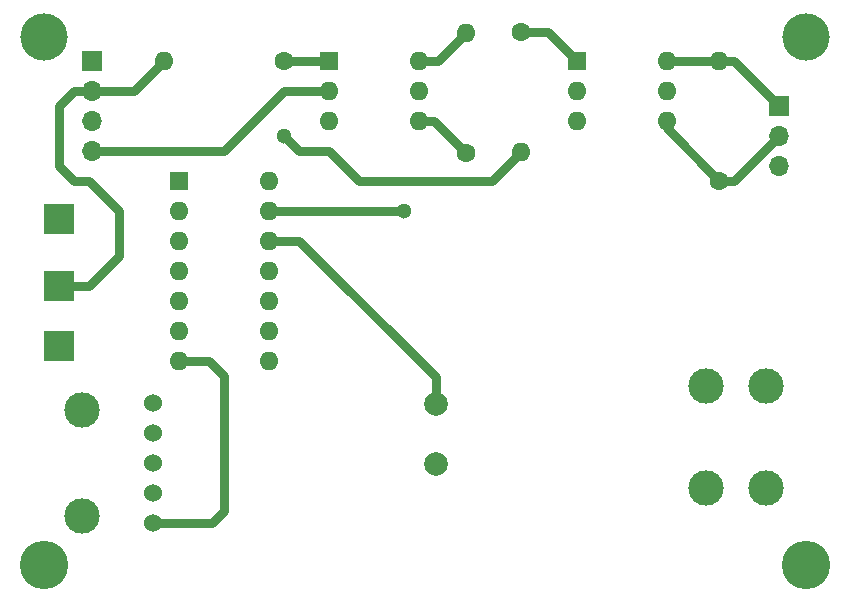
<source format=gbr>
%TF.GenerationSoftware,KiCad,Pcbnew,7.0.10*%
%TF.CreationDate,2024-11-29T16:25:44-07:00*%
%TF.ProjectId,PiTrac Connector Board,50695472-6163-4204-936f-6e6e6563746f,rev?*%
%TF.SameCoordinates,Original*%
%TF.FileFunction,Copper,L1,Top*%
%TF.FilePolarity,Positive*%
%FSLAX46Y46*%
G04 Gerber Fmt 4.6, Leading zero omitted, Abs format (unit mm)*
G04 Created by KiCad (PCBNEW 7.0.10) date 2024-11-29 16:25:44*
%MOMM*%
%LPD*%
G01*
G04 APERTURE LIST*
%TA.AperFunction,ComponentPad*%
%ADD10R,1.600000X1.600000*%
%TD*%
%TA.AperFunction,ComponentPad*%
%ADD11O,1.600000X1.600000*%
%TD*%
%TA.AperFunction,ComponentPad*%
%ADD12R,1.700000X1.700000*%
%TD*%
%TA.AperFunction,ComponentPad*%
%ADD13O,1.700000X1.700000*%
%TD*%
%TA.AperFunction,ComponentPad*%
%ADD14C,2.000000*%
%TD*%
%TA.AperFunction,ComponentPad*%
%ADD15C,3.000000*%
%TD*%
%TA.AperFunction,ComponentPad*%
%ADD16C,1.600000*%
%TD*%
%TA.AperFunction,ComponentPad*%
%ADD17C,4.000000*%
%TD*%
%TA.AperFunction,ComponentPad*%
%ADD18R,2.500000X2.500000*%
%TD*%
%TA.AperFunction,ComponentPad*%
%ADD19C,4.100000*%
%TD*%
%TA.AperFunction,ComponentPad*%
%ADD20C,1.524000*%
%TD*%
%TA.AperFunction,ViaPad*%
%ADD21C,1.300000*%
%TD*%
%TA.AperFunction,Conductor*%
%ADD22C,0.800000*%
%TD*%
G04 APERTURE END LIST*
D10*
%TO.P,U2,1*%
%TO.N,Net-(R4-Pad1)*%
X155551400Y-81280000D03*
D11*
%TO.P,U2,2*%
%TO.N,GND1*%
X155551400Y-83820000D03*
%TO.P,U2,3*%
%TO.N,unconnected-(U2-Pad3)*%
X155551400Y-86360000D03*
%TO.P,U2,4*%
%TO.N,Net-(Sys2_Conn1-Pin_2)*%
X163171400Y-86360000D03*
%TO.P,U2,5*%
%TO.N,GND3*%
X163171400Y-83820000D03*
%TO.P,U2,6*%
%TO.N,+3.3V*%
X163171400Y-81280000D03*
%TD*%
D12*
%TO.P,Sys2_Conn1,1,Pin_1*%
%TO.N,+3.3V*%
X172720000Y-85090000D03*
D13*
%TO.P,Sys2_Conn1,2,Pin_2*%
%TO.N,Net-(Sys2_Conn1-Pin_2)*%
X172720000Y-87630000D03*
%TO.P,Sys2_Conn1,3,Pin_3*%
%TO.N,GND3*%
X172720000Y-90170000D03*
%TD*%
D12*
%TO.P,Sys1_Conn1,1,Pin_1*%
%TO.N,+3.3VA*%
X114485068Y-81280000D03*
D13*
%TO.P,Sys1_Conn1,2,Pin_2*%
%TO.N,Net-(Sys1_Conn1-Pin_2)*%
X114485068Y-83820000D03*
%TO.P,Sys1_Conn1,3,Pin_3*%
%TO.N,Net-(Sys1_Conn1-Pin_3)*%
X114485068Y-86360000D03*
%TO.P,Sys1_Conn1,4,Pin_4*%
%TO.N,GND1*%
X114485068Y-88900000D03*
%TD*%
D14*
%TO.P,U5,1,GND*%
%TO.N,GND2*%
X143625757Y-115391309D03*
%TO.P,U5,2,TRIG/PWM*%
%TO.N,Net-(U5-TRIG{slash}PWM)*%
X143625757Y-110311309D03*
D15*
%TO.P,U5,3,Vout-*%
%TO.N,unconnected-(U5-Vout--Pad3)*%
X166485757Y-108851309D03*
%TO.P,U5,4,Vout+*%
%TO.N,unconnected-(U5-Vout+-Pad4)*%
X171565757Y-108851309D03*
%TO.P,U5,5,Vin-*%
%TO.N,unconnected-(U5-Vin--Pad5)*%
X166485757Y-117431309D03*
%TO.P,U5,6,Vin+*%
%TO.N,unconnected-(U5-Vin+-Pad6)*%
X171565757Y-117431309D03*
%TD*%
D16*
%TO.P,R2,1*%
%TO.N,Net-(R2-Pad1)*%
X146176246Y-89079071D03*
D11*
%TO.P,R2,2*%
%TO.N,+5VP*%
X146176246Y-78919071D03*
%TD*%
D10*
%TO.P,U3,1*%
%TO.N,Net-(R1-Pad1)*%
X134620000Y-81280000D03*
D11*
%TO.P,U3,2*%
%TO.N,GND1*%
X134620000Y-83820000D03*
%TO.P,U3,3*%
%TO.N,unconnected-(U3-Pad3)*%
X134620000Y-86360000D03*
%TO.P,U3,4*%
%TO.N,Net-(R2-Pad1)*%
X142240000Y-86360000D03*
%TO.P,U3,5*%
%TO.N,GND2*%
X142240000Y-83820000D03*
%TO.P,U3,6*%
%TO.N,+5VP*%
X142240000Y-81280000D03*
%TD*%
D16*
%TO.P,R3,1*%
%TO.N,Net-(Sys2_Conn1-Pin_2)*%
X167640000Y-91440000D03*
D11*
%TO.P,R3,2*%
%TO.N,+3.3V*%
X167640000Y-81280000D03*
%TD*%
D17*
%TO.P,REF\u002A\u002A,1*%
%TO.N,N/C*%
X110500000Y-79300000D03*
%TD*%
D18*
%TO.P,Strobe1,1,1*%
%TO.N,Net-(Sys1_Conn1-Pin_2)*%
X111760000Y-100330000D03*
%TD*%
D19*
%TO.P,REF\u002A\u002A,1*%
%TO.N,N/C*%
X175000000Y-124000000D03*
%TD*%
D18*
%TO.P,Shutter1,1,1*%
%TO.N,Net-(Sys1_Conn1-Pin_3)*%
X111760000Y-94694197D03*
%TD*%
D10*
%TO.P,U4,1*%
%TO.N,N/C*%
X121920000Y-91440000D03*
D11*
%TO.P,U4,2*%
X121920000Y-93980000D03*
%TO.P,U4,3*%
X121920000Y-96520000D03*
%TO.P,U4,4*%
X121920000Y-99060000D03*
%TO.P,U4,5*%
X121920000Y-101600000D03*
%TO.P,U4,6*%
X121920000Y-104140000D03*
%TO.P,U4,7,GND*%
%TO.N,GND2*%
X121920000Y-106680000D03*
%TO.P,U4,8*%
%TO.N,N/C*%
X129540000Y-106680000D03*
%TO.P,U4,9*%
X129540000Y-104140000D03*
%TO.P,U4,10*%
X129540000Y-101600000D03*
%TO.P,U4,11*%
X129540000Y-99060000D03*
%TO.P,U4,12*%
%TO.N,Net-(U5-TRIG{slash}PWM)*%
X129540000Y-96520000D03*
%TO.P,U4,13*%
%TO.N,Net-(R2-Pad1)*%
X129540000Y-93980000D03*
%TO.P,U4,14,VCC*%
%TO.N,+5VP*%
X129540000Y-91440000D03*
%TD*%
D17*
%TO.P,REF\u002A\u002A,1*%
%TO.N,N/C*%
X175000000Y-79300000D03*
%TD*%
D16*
%TO.P,R1,1*%
%TO.N,Net-(R1-Pad1)*%
X130810000Y-81280000D03*
D11*
%TO.P,R1,2*%
%TO.N,Net-(Sys1_Conn1-Pin_2)*%
X120650000Y-81280000D03*
%TD*%
D19*
%TO.P,REF\u002A\u002A,1*%
%TO.N,N/C*%
X110500000Y-124000000D03*
%TD*%
D18*
%TO.P,Sys1_GND1,1,1*%
%TO.N,GND1*%
X111760000Y-105410000D03*
%TD*%
D16*
%TO.P,R4,1*%
%TO.N,Net-(R4-Pad1)*%
X150840032Y-78861002D03*
D11*
%TO.P,R4,2*%
%TO.N,Net-(Sys1_Conn1-Pin_3)*%
X150840032Y-89021002D03*
%TD*%
D20*
%TO.P,J3,1,VCC*%
%TO.N,+5VP*%
X119700000Y-110240000D03*
%TO.P,J3,2,D-*%
%TO.N,unconnected-(J3-D--Pad2)*%
X119700000Y-112780000D03*
%TO.P,J3,3,D+*%
%TO.N,unconnected-(J3-D+-Pad3)*%
X119700000Y-115320000D03*
%TO.P,J3,4,ID*%
%TO.N,unconnected-(J3-ID-Pad4)*%
X119700000Y-117860000D03*
%TO.P,J3,5,GND*%
%TO.N,GND2*%
X119700000Y-120400000D03*
D15*
%TO.P,J3,6*%
%TO.N,N/C*%
X113700000Y-110820000D03*
%TO.P,J3,7*%
X113700000Y-119820000D03*
%TD*%
D21*
%TO.N,Net-(R2-Pad1)*%
X140970000Y-93980000D03*
%TO.N,Net-(Sys1_Conn1-Pin_3)*%
X130810000Y-87630000D03*
%TD*%
D22*
%TO.N,GND1*%
X125730000Y-88900000D02*
X114485068Y-88900000D01*
X130810000Y-83820000D02*
X125730000Y-88900000D01*
X134620000Y-83820000D02*
X130810000Y-83820000D01*
%TO.N,+3.3V*%
X167640000Y-81280000D02*
X168910000Y-81280000D01*
X168910000Y-81280000D02*
X172720000Y-85090000D01*
X167640000Y-81280000D02*
X163171400Y-81280000D01*
%TO.N,Net-(R2-Pad1)*%
X140970000Y-93980000D02*
X129540000Y-93980000D01*
X143457175Y-86360000D02*
X146176246Y-89079071D01*
X142240000Y-86360000D02*
X143457175Y-86360000D01*
%TO.N,+5VP*%
X143815317Y-81280000D02*
X146176246Y-78919071D01*
X142240000Y-81280000D02*
X143815317Y-81280000D01*
%TO.N,GND2*%
X124719186Y-120390814D02*
X125730000Y-119380000D01*
X124460000Y-106680000D02*
X121920000Y-106680000D01*
X119700000Y-120390814D02*
X124719186Y-120390814D01*
X125730000Y-119380000D02*
X125730000Y-107950000D01*
X125730000Y-107950000D02*
X124460000Y-106680000D01*
%TO.N,Net-(R1-Pad1)*%
X134620000Y-81280000D02*
X130810000Y-81280000D01*
%TO.N,Net-(U5-TRIG{slash}PWM)*%
X132080000Y-96520000D02*
X143625757Y-108065757D01*
X129540000Y-96520000D02*
X132080000Y-96520000D01*
X143625757Y-108065757D02*
X143625757Y-110311309D01*
%TO.N,Net-(Sys2_Conn1-Pin_2)*%
X167640000Y-91440000D02*
X168910000Y-91440000D01*
X163171400Y-86971400D02*
X163171400Y-86360000D01*
X167640000Y-91440000D02*
X163171400Y-86971400D01*
X168910000Y-91440000D02*
X172720000Y-87630000D01*
%TO.N,Net-(R4-Pad1)*%
X150840032Y-78861002D02*
X153132402Y-78861002D01*
X153132402Y-78861002D02*
X155551400Y-81280000D01*
%TO.N,Net-(Sys1_Conn1-Pin_3)*%
X148421034Y-91440000D02*
X137160000Y-91440000D01*
X150840032Y-89021002D02*
X148421034Y-91440000D01*
X134620000Y-88900000D02*
X132080000Y-88900000D01*
X132080000Y-88900000D02*
X130810000Y-87630000D01*
X137160000Y-91440000D02*
X134620000Y-88900000D01*
%TO.N,Net-(Sys1_Conn1-Pin_2)*%
X114300000Y-91440000D02*
X113030000Y-91440000D01*
X118110000Y-83820000D02*
X120650000Y-81280000D01*
X114300000Y-100330000D02*
X116840000Y-97790000D01*
X114485068Y-83820000D02*
X118110000Y-83820000D01*
X111760000Y-100330000D02*
X114300000Y-100330000D01*
X111760000Y-90170000D02*
X111760000Y-85090000D01*
X113030000Y-91440000D02*
X111760000Y-90170000D01*
X111760000Y-85090000D02*
X113030000Y-83820000D01*
X116840000Y-93980000D02*
X114300000Y-91440000D01*
X116840000Y-97790000D02*
X116840000Y-93980000D01*
X113030000Y-83820000D02*
X114485068Y-83820000D01*
%TD*%
M02*

</source>
